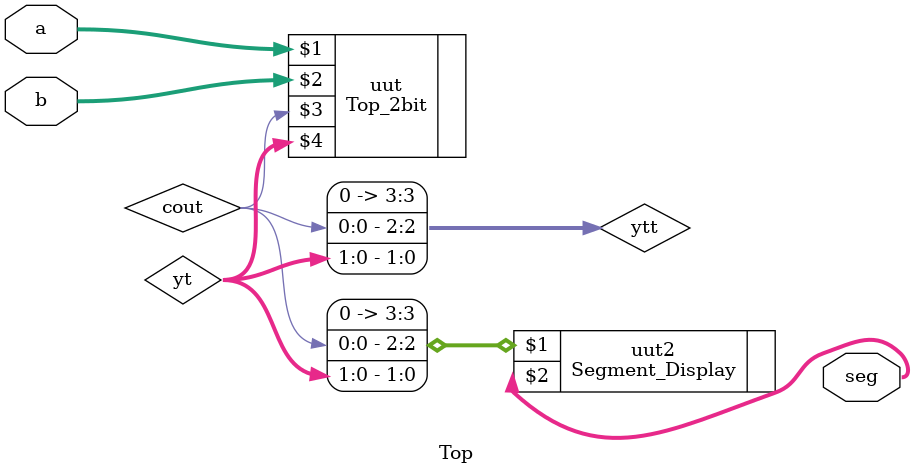
<source format=v>
`timescale 1ns / 1ps


module Top(a, b, seg);
    input[1:0] a,b;
    output[6:0] seg;
    wire cout;

    wire[1:0] yt;
    wire[3:0] ytt;
    
    Top_2bit uut(a, b, cout, yt);

    assign ytt = {1'b0, cout, yt};
    
    Segment_Display uut2 (ytt, seg);

endmodule


</source>
